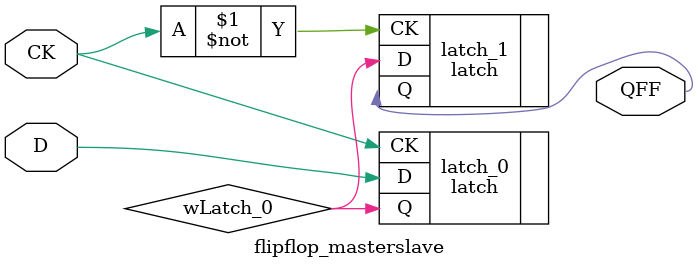
<source format=sv>
`timescale 1ns / 1ps


module flipflop_masterslave(
    input logic D, CK,
    output logic QFF
    );
    
    logic wLatch_0;
    
    latch latch_0(
        .D(D),
        .CK(CK), // .CK(~CK), -> activare pe front crescator
        .Q(wLatch_0)
    );
    latch latch_1(
        .D(wLatch_0),
        .CK(~CK), // .CK(CK), -> activare pe front crescator
        .Q(QFF)
    );

endmodule

</source>
